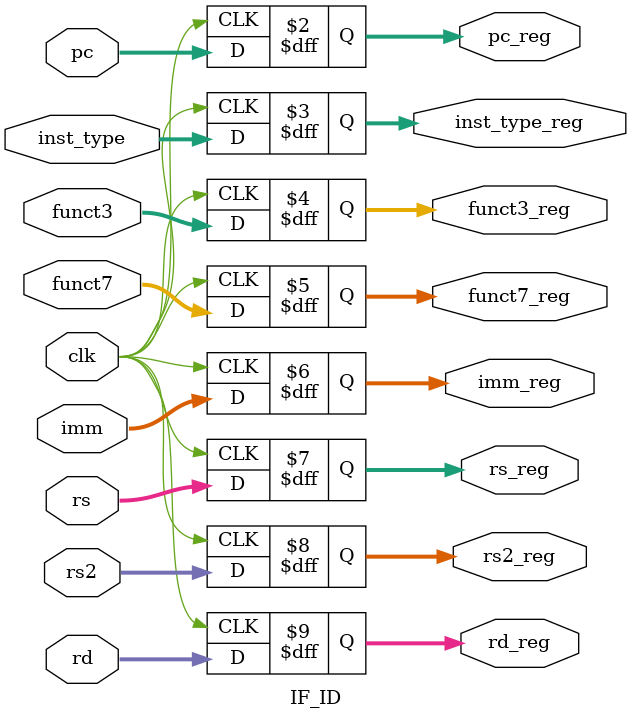
<source format=v>
`timescale 1ns / 1ps


module IF_ID(
    input [31:0] pc,
    input [2:0] inst_type,
    input [2:0] funct3,
    input [5:0] funct7,
    input [31:0] imm,
    input [4:0] rs,
    input [4:0] rs2,
    input [4:0] rd,
    input clk,

    output reg [31:0] pc_reg,
    output reg [2:0] inst_type_reg,
    output reg [2:0] funct3_reg,
    output reg [5:0] funct7_reg,
    output reg [31:0] imm_reg,
    output reg [4:0] rs_reg,
    output reg [4:0] rs2_reg,
    output reg [4:0] rd_reg
    );

    always @(posedge clk) begin
        pc_reg <= pc;
        inst_type_reg <= inst_type;
        funct3_reg <= funct3;
        funct7_reg <= funct7;
        imm_reg <= imm;
        rs_reg <= rs;
        rs2_reg <= rs2;
        rd_reg <= rd;
    end

endmodule

</source>
